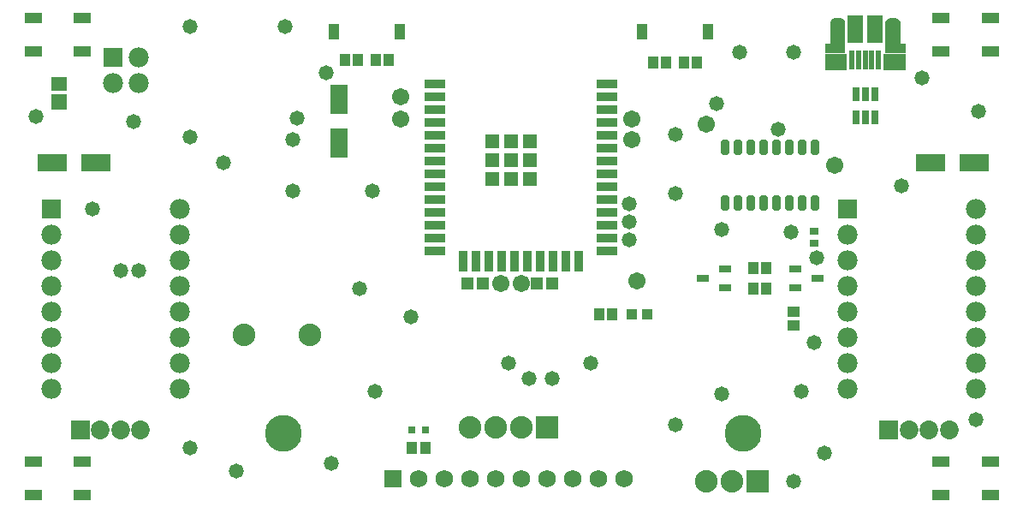
<source format=gts>
G04*
G04 #@! TF.GenerationSoftware,Altium Limited,Altium Designer,22.0.2 (36)*
G04*
G04 Layer_Color=8388736*
%FSLAX25Y25*%
%MOIN*%
G70*
G04*
G04 #@! TF.SameCoordinates,A5FD766F-ED0D-4258-BB47-254A20FAC7F6*
G04*
G04*
G04 #@! TF.FilePolarity,Negative*
G04*
G01*
G75*
%ADD25R,0.05236X0.05236*%
%ADD26R,0.03543X0.07874*%
%ADD27R,0.07874X0.03543*%
%ADD34R,0.02559X0.02756*%
%ADD37R,0.03543X0.02953*%
G04:AMPARAMS|DCode=39|XSize=59.58mil|YSize=32.41mil|CornerRadius=7.05mil|HoleSize=0mil|Usage=FLASHONLY|Rotation=270.000|XOffset=0mil|YOffset=0mil|HoleType=Round|Shape=RoundedRectangle|*
%AMROUNDEDRECTD39*
21,1,0.05958,0.01831,0,0,270.0*
21,1,0.04547,0.03241,0,0,270.0*
1,1,0.01410,-0.00915,-0.02274*
1,1,0.01410,-0.00915,0.02274*
1,1,0.01410,0.00915,0.02274*
1,1,0.01410,0.00915,-0.02274*
%
%ADD39ROUNDEDRECTD39*%
%ADD40C,0.06706*%
%ADD41R,0.04343X0.06312*%
%ADD42R,0.04147X0.04540*%
%ADD43R,0.06312X0.05524*%
%ADD44R,0.06312X0.06300*%
%ADD45R,0.04540X0.04540*%
%ADD46R,0.05131X0.03162*%
%ADD47R,0.06706X0.04343*%
%ADD48R,0.06410X0.10642*%
%ADD49R,0.02375X0.07690*%
%ADD50R,0.03950X0.03950*%
%ADD51R,0.03162X0.05524*%
%ADD52R,0.04343X0.04737*%
%ADD53R,0.11824X0.07099*%
%ADD54R,0.04737X0.04343*%
%ADD55R,0.07099X0.11824*%
%ADD56R,0.07800X0.07800*%
%ADD57C,0.07800*%
%ADD58C,0.08800*%
%ADD59C,0.00800*%
%ADD60R,0.08800X0.08800*%
%ADD61C,0.06800*%
%ADD62R,0.06800X0.06800*%
%ADD63C,0.07300*%
%ADD64R,0.07300X0.07300*%
%ADD65O,0.05524X0.10249*%
%ADD66O,0.04000X0.05748*%
%ADD67C,0.14343*%
%ADD68C,0.05800*%
G36*
X318252Y175339D02*
X326913D01*
Y168803D01*
X318252D01*
Y175339D01*
D02*
G37*
G36*
Y179079D02*
X320319D01*
Y187150D01*
X320322Y187253D01*
X320330Y187355D01*
X320343Y187458D01*
X320362Y187559D01*
X320386Y187659D01*
X320415Y187758D01*
X320450Y187855D01*
X320489Y187950D01*
X320533Y188043D01*
X320583Y188134D01*
X320637Y188222D01*
X320695Y188307D01*
X320758Y188388D01*
X320825Y188467D01*
X320896Y188542D01*
X320970Y188612D01*
X321049Y188679D01*
X321130Y188742D01*
X321215Y188801D01*
X321303Y188854D01*
X321394Y188904D01*
X321487Y188948D01*
X321582Y188987D01*
X321679Y189022D01*
X321778Y189051D01*
X321878Y189075D01*
X321979Y189094D01*
X322082Y189107D01*
X322184Y189115D01*
X322287Y189118D01*
X324256D01*
X324359Y189115D01*
X324462Y189107D01*
X324564Y189094D01*
X324665Y189075D01*
X324765Y189051D01*
X324864Y189022D01*
X324961Y188987D01*
X325057Y188948D01*
X325150Y188904D01*
X325240Y188854D01*
X325328Y188801D01*
X325413Y188742D01*
X325495Y188679D01*
X325573Y188612D01*
X325648Y188542D01*
X325719Y188467D01*
X325786Y188388D01*
X325849Y188307D01*
X325907Y188222D01*
X325961Y188134D01*
X326010Y188043D01*
X326054Y187950D01*
X326094Y187855D01*
X326128Y187758D01*
X326157Y187659D01*
X326181Y187559D01*
X326200Y187458D01*
X326214Y187355D01*
X326222Y187253D01*
X326224Y187150D01*
Y175535D01*
X318252D01*
Y179079D01*
D02*
G37*
G36*
X341087Y175339D02*
X349748D01*
Y168803D01*
X341087D01*
Y175339D01*
D02*
G37*
G36*
X341776Y187150D02*
X341778Y187253D01*
X341786Y187355D01*
X341800Y187458D01*
X341819Y187559D01*
X341843Y187659D01*
X341872Y187758D01*
X341906Y187855D01*
X341946Y187950D01*
X341990Y188043D01*
X342039Y188134D01*
X342093Y188222D01*
X342151Y188307D01*
X342214Y188388D01*
X342281Y188467D01*
X342352Y188542D01*
X342427Y188612D01*
X342505Y188679D01*
X342587Y188742D01*
X342672Y188801D01*
X342760Y188854D01*
X342850Y188904D01*
X342943Y188948D01*
X343039Y188987D01*
X343136Y189022D01*
X343235Y189051D01*
X343335Y189075D01*
X343436Y189094D01*
X343538Y189107D01*
X343641Y189115D01*
X343744Y189118D01*
X345713D01*
X345816Y189115D01*
X345918Y189107D01*
X346021Y189094D01*
X346122Y189075D01*
X346222Y189051D01*
X346321Y189022D01*
X346418Y188987D01*
X346513Y188948D01*
X346606Y188904D01*
X346697Y188854D01*
X346785Y188801D01*
X346870Y188742D01*
X346951Y188679D01*
X347030Y188612D01*
X347105Y188542D01*
X347176Y188467D01*
X347242Y188388D01*
X347305Y188307D01*
X347363Y188222D01*
X347417Y188134D01*
X347467Y188043D01*
X347511Y187950D01*
X347550Y187855D01*
X347585Y187758D01*
X347614Y187659D01*
X347638Y187559D01*
X347657Y187458D01*
X347670Y187355D01*
X347678Y187253D01*
X347681Y187150D01*
Y179079D01*
X349748D01*
Y175535D01*
X341776D01*
Y187150D01*
D02*
G37*
D25*
X203287Y126707D02*
D03*
X196063D02*
D03*
X188839D02*
D03*
X203287Y133931D02*
D03*
X196063D02*
D03*
X188839D02*
D03*
X203287Y141156D02*
D03*
X196063D02*
D03*
X188839D02*
D03*
D26*
X222500Y94522D02*
D03*
X217500D02*
D03*
X212500D02*
D03*
X207500D02*
D03*
X202500D02*
D03*
X197500D02*
D03*
X192500D02*
D03*
X187500D02*
D03*
X182500D02*
D03*
X177500D02*
D03*
D27*
X233465Y163459D02*
D03*
Y158459D02*
D03*
Y153459D02*
D03*
Y148459D02*
D03*
Y143459D02*
D03*
Y138459D02*
D03*
Y133459D02*
D03*
Y128459D02*
D03*
Y123459D02*
D03*
Y118459D02*
D03*
Y113459D02*
D03*
Y108459D02*
D03*
Y103459D02*
D03*
Y98459D02*
D03*
X166535D02*
D03*
Y103459D02*
D03*
Y108459D02*
D03*
Y113459D02*
D03*
Y118459D02*
D03*
Y123459D02*
D03*
Y128459D02*
D03*
Y133459D02*
D03*
Y138459D02*
D03*
Y143459D02*
D03*
Y148459D02*
D03*
Y153459D02*
D03*
Y158459D02*
D03*
Y163459D02*
D03*
D34*
X162657Y29000D02*
D03*
X157343D02*
D03*
D37*
X314000Y106362D02*
D03*
Y101638D02*
D03*
D39*
X314500Y138827D02*
D03*
X309500D02*
D03*
X304500D02*
D03*
X299500D02*
D03*
X294500D02*
D03*
X289500D02*
D03*
X284500D02*
D03*
X279500D02*
D03*
Y117173D02*
D03*
X284500D02*
D03*
X289500D02*
D03*
X294500D02*
D03*
X299500D02*
D03*
X304500D02*
D03*
X309500D02*
D03*
X314500D02*
D03*
D40*
X272000Y148000D02*
D03*
X322000Y132000D02*
D03*
X243000Y142000D02*
D03*
Y150000D02*
D03*
X200000Y86000D02*
D03*
X192000D02*
D03*
X153000Y150000D02*
D03*
X245000Y87000D02*
D03*
X153000Y158459D02*
D03*
D41*
X152795Y184000D02*
D03*
X127205D02*
D03*
X247000D02*
D03*
X272590D02*
D03*
D42*
X143441Y173000D02*
D03*
X148559D02*
D03*
X256559Y172000D02*
D03*
X251441D02*
D03*
X230441Y74000D02*
D03*
X235559D02*
D03*
X131441Y173000D02*
D03*
X136559D02*
D03*
X268559Y172000D02*
D03*
X263441D02*
D03*
X290441Y84000D02*
D03*
X295559D02*
D03*
X290441Y92000D02*
D03*
X295559D02*
D03*
D43*
X20000Y163700D02*
D03*
D44*
Y156700D02*
D03*
D45*
X185000Y86000D02*
D03*
X179094D02*
D03*
X206047D02*
D03*
X211953D02*
D03*
D46*
X279331Y84260D02*
D03*
Y91740D02*
D03*
X270669Y88000D02*
D03*
X306669Y91740D02*
D03*
Y84260D02*
D03*
X315331Y88000D02*
D03*
D47*
X382646Y176381D02*
D03*
Y189373D02*
D03*
X363354Y176381D02*
D03*
Y189373D02*
D03*
X382646Y3504D02*
D03*
Y16496D02*
D03*
X363354Y3504D02*
D03*
Y16496D02*
D03*
X29212Y3504D02*
D03*
Y16496D02*
D03*
X9921Y3504D02*
D03*
Y16496D02*
D03*
Y189373D02*
D03*
Y176381D02*
D03*
X29212Y189373D02*
D03*
Y176381D02*
D03*
D48*
X330211Y184984D02*
D03*
X337789D02*
D03*
D49*
X328882Y172878D02*
D03*
X331441D02*
D03*
X334000D02*
D03*
X336559D02*
D03*
X339118D02*
D03*
D50*
X243047Y74000D02*
D03*
X248953D02*
D03*
D51*
X330260Y150472D02*
D03*
X334000D02*
D03*
X337740D02*
D03*
Y159528D02*
D03*
X334000D02*
D03*
X330260D02*
D03*
D52*
X162657Y22000D02*
D03*
X157343D02*
D03*
D53*
X34465Y133000D02*
D03*
X17535D02*
D03*
X359535D02*
D03*
X376465D02*
D03*
D54*
X306000Y75000D02*
D03*
Y69685D02*
D03*
D55*
X129000Y157465D02*
D03*
Y140535D02*
D03*
D56*
X327000Y115000D02*
D03*
X17000D02*
D03*
X41000Y174000D02*
D03*
D57*
X327000Y105000D02*
D03*
Y95000D02*
D03*
Y85000D02*
D03*
Y75000D02*
D03*
Y65000D02*
D03*
Y55000D02*
D03*
Y45000D02*
D03*
X377000D02*
D03*
Y55000D02*
D03*
Y65000D02*
D03*
Y75000D02*
D03*
Y85000D02*
D03*
Y105000D02*
D03*
Y95000D02*
D03*
Y115000D02*
D03*
X17000Y105000D02*
D03*
Y95000D02*
D03*
Y85000D02*
D03*
Y75000D02*
D03*
Y65000D02*
D03*
Y55000D02*
D03*
Y45000D02*
D03*
X67000D02*
D03*
Y55000D02*
D03*
Y65000D02*
D03*
Y75000D02*
D03*
Y85000D02*
D03*
Y105000D02*
D03*
Y95000D02*
D03*
Y115000D02*
D03*
X51000Y164000D02*
D03*
Y174000D02*
D03*
X41000Y164000D02*
D03*
D58*
X92000Y66000D02*
D03*
X117591D02*
D03*
X282000Y9000D02*
D03*
X272000D02*
D03*
X190000Y30000D02*
D03*
X200000D02*
D03*
X180000D02*
D03*
D59*
X92000Y66000D02*
D03*
D60*
X292000Y9000D02*
D03*
X210000Y30000D02*
D03*
D61*
X240000Y10000D02*
D03*
X230000D02*
D03*
X220000D02*
D03*
X210000D02*
D03*
X200000D02*
D03*
X190000D02*
D03*
X180000D02*
D03*
X170000D02*
D03*
X160000D02*
D03*
D62*
X150000D02*
D03*
D63*
X366748Y29000D02*
D03*
X358874D02*
D03*
X351000D02*
D03*
X51874D02*
D03*
X44000D02*
D03*
X36126D02*
D03*
D64*
X343126D02*
D03*
X28252D02*
D03*
D65*
X323272Y184000D02*
D03*
X344728D02*
D03*
D66*
X324453Y172071D02*
D03*
X343547D02*
D03*
D67*
X286432Y27605D02*
D03*
X107298D02*
D03*
D68*
X242000Y110000D02*
D03*
Y117000D02*
D03*
X124000Y168000D02*
D03*
X112800Y150200D02*
D03*
X260000Y144000D02*
D03*
X276000Y156000D02*
D03*
X315000Y96000D02*
D03*
X89000Y13000D02*
D03*
X378000Y153000D02*
D03*
X356000Y166000D02*
D03*
X306000Y176000D02*
D03*
X285000D02*
D03*
X278000Y107000D02*
D03*
X108000Y186000D02*
D03*
X71000D02*
D03*
X11000Y151000D02*
D03*
X111000Y142000D02*
D03*
X377000Y33000D02*
D03*
X309000Y44000D02*
D03*
X314000Y63000D02*
D03*
X278000Y43000D02*
D03*
X260000Y31000D02*
D03*
X71000Y143000D02*
D03*
X111000Y122000D02*
D03*
X142000D02*
D03*
X126000Y16000D02*
D03*
X143000Y44000D02*
D03*
X157000Y73000D02*
D03*
X71000Y22000D02*
D03*
X305000Y106000D02*
D03*
X260000Y121000D02*
D03*
X300000Y146000D02*
D03*
X242000Y103000D02*
D03*
X212000Y49000D02*
D03*
X227000Y55000D02*
D03*
X306000Y9000D02*
D03*
X318000Y20000D02*
D03*
X195000Y55000D02*
D03*
X203000Y49000D02*
D03*
X84000Y133000D02*
D03*
X49000Y149000D02*
D03*
X137000Y84000D02*
D03*
X33000Y115000D02*
D03*
X44000Y91000D02*
D03*
X51000D02*
D03*
X348000Y124000D02*
D03*
M02*

</source>
